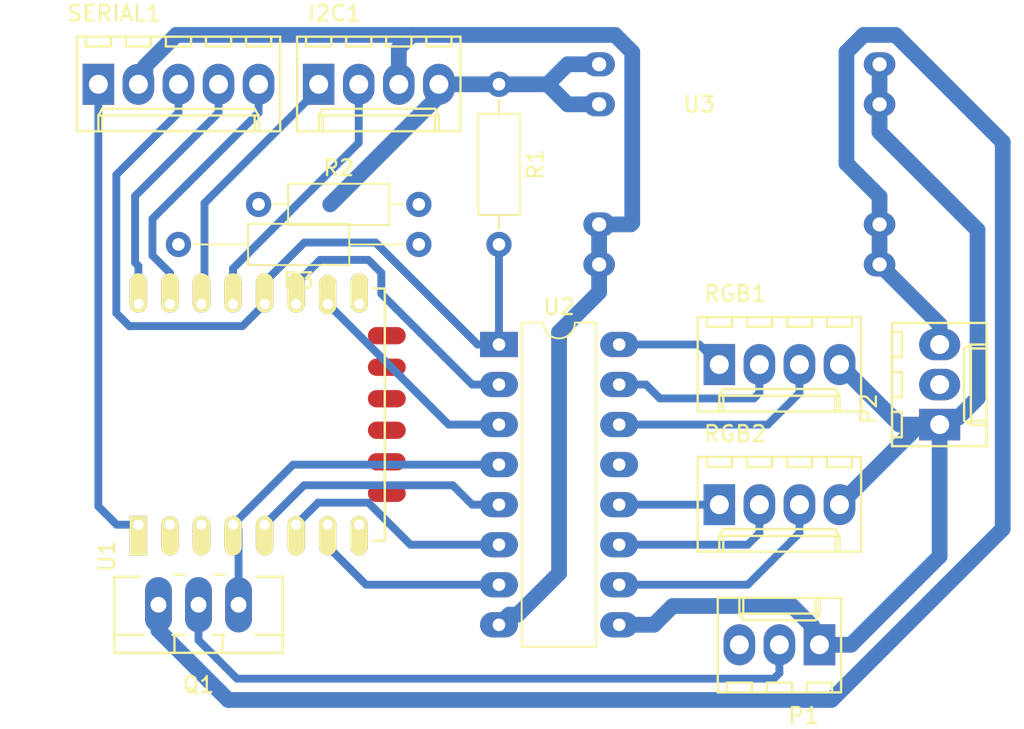
<source format=kicad_pcb>
(kicad_pcb (version 4) (host pcbnew 4.0.5-e0-6337~52~ubuntu16.10.1)

  (general
    (links 46)
    (no_connects 44)
    (area 0 0 0 0)
    (thickness 1.6)
    (drawings 0)
    (tracks 142)
    (zones 0)
    (modules 13)
    (nets 33)
  )

  (page A4)
  (layers
    (0 F.Cu signal)
    (31 B.Cu signal)
    (32 B.Adhes user)
    (33 F.Adhes user)
    (34 B.Paste user)
    (35 F.Paste user)
    (36 B.SilkS user)
    (37 F.SilkS user)
    (38 B.Mask user)
    (39 F.Mask user)
    (40 Dwgs.User user)
    (41 Cmts.User user)
    (42 Eco1.User user)
    (43 Eco2.User user)
    (44 Edge.Cuts user)
    (45 Margin user)
    (46 B.CrtYd user)
    (47 F.CrtYd user)
    (48 B.Fab user)
    (49 F.Fab user)
  )

  (setup
    (last_trace_width 0.5)
    (trace_clearance 0.6)
    (zone_clearance 0.508)
    (zone_45_only no)
    (trace_min 0.2)
    (segment_width 0.2)
    (edge_width 0.1)
    (via_size 1.3)
    (via_drill 0.8)
    (via_min_size 0.4)
    (via_min_drill 0.3)
    (uvia_size 0.3)
    (uvia_drill 0.1)
    (uvias_allowed no)
    (uvia_min_size 0.2)
    (uvia_min_drill 0.1)
    (pcb_text_width 0.3)
    (pcb_text_size 1.5 1.5)
    (mod_edge_width 0.15)
    (mod_text_size 1 1)
    (mod_text_width 0.15)
    (pad_size 1.5 1.5)
    (pad_drill 0.6)
    (pad_to_mask_clearance 0)
    (aux_axis_origin 0 0)
    (visible_elements FFFFFF7F)
    (pcbplotparams
      (layerselection 0x00030_80000001)
      (usegerberextensions false)
      (excludeedgelayer true)
      (linewidth 0.100000)
      (plotframeref false)
      (viasonmask false)
      (mode 1)
      (useauxorigin false)
      (hpglpennumber 1)
      (hpglpenspeed 20)
      (hpglpendiameter 15)
      (hpglpenoverlay 2)
      (psnegative false)
      (psa4output false)
      (plotreference true)
      (plotvalue true)
      (plotinvisibletext false)
      (padsonsilk false)
      (subtractmaskfromsilk false)
      (outputformat 1)
      (mirror false)
      (drillshape 1)
      (scaleselection 1)
      (outputdirectory ""))
  )

  (net 0 "")
  (net 1 /SCL)
  (net 2 /SDA)
  (net 3 GND)
  (net 4 +3V3)
  (net 5 +12V)
  (net 6 "Net-(P1-Pad2)")
  (net 7 "Net-(P1-Pad3)")
  (net 8 "Net-(Q1-Pad1)")
  (net 9 /FLASH)
  (net 10 "Net-(R2-Pad2)")
  (net 11 "Net-(R3-Pad1)")
  (net 12 "Net-(RGB1-Pad1)")
  (net 13 "Net-(RGB1-Pad2)")
  (net 14 "Net-(RGB1-Pad3)")
  (net 15 "Net-(RGB2-Pad1)")
  (net 16 "Net-(RGB2-Pad2)")
  (net 17 "Net-(RGB2-Pad3)")
  (net 18 /RESET)
  (net 19 /TX)
  (net 20 /RX)
  (net 21 "Net-(U1-Pad2)")
  (net 22 "Net-(U1-Pad5)")
  (net 23 "Net-(U1-Pad6)")
  (net 24 "Net-(U1-Pad7)")
  (net 25 "Net-(U1-Pad17)")
  (net 26 "Net-(U1-Pad18)")
  (net 27 "Net-(U1-Pad19)")
  (net 28 "Net-(U1-Pad20)")
  (net 29 "Net-(U1-Pad21)")
  (net 30 "Net-(U1-Pad22)")
  (net 31 "Net-(U2-Pad13)")
  (net 32 "Net-(P2-Pad2)")

  (net_class Default "This is the default net class."
    (clearance 0.6)
    (trace_width 0.5)
    (via_dia 1.3)
    (via_drill 0.8)
    (uvia_dia 0.3)
    (uvia_drill 0.1)
    (add_net /FLASH)
    (add_net /RESET)
    (add_net /RX)
    (add_net /SCL)
    (add_net /SDA)
    (add_net /TX)
    (add_net "Net-(P1-Pad2)")
    (add_net "Net-(P1-Pad3)")
    (add_net "Net-(P2-Pad2)")
    (add_net "Net-(Q1-Pad1)")
    (add_net "Net-(R2-Pad2)")
    (add_net "Net-(R3-Pad1)")
    (add_net "Net-(RGB1-Pad1)")
    (add_net "Net-(RGB1-Pad2)")
    (add_net "Net-(RGB1-Pad3)")
    (add_net "Net-(RGB2-Pad1)")
    (add_net "Net-(RGB2-Pad2)")
    (add_net "Net-(RGB2-Pad3)")
    (add_net "Net-(U1-Pad17)")
    (add_net "Net-(U1-Pad18)")
    (add_net "Net-(U1-Pad19)")
    (add_net "Net-(U1-Pad2)")
    (add_net "Net-(U1-Pad20)")
    (add_net "Net-(U1-Pad21)")
    (add_net "Net-(U1-Pad22)")
    (add_net "Net-(U1-Pad5)")
    (add_net "Net-(U1-Pad6)")
    (add_net "Net-(U1-Pad7)")
    (add_net "Net-(U2-Pad13)")
  )

  (net_class SUPPLY ""
    (clearance 0.6)
    (trace_width 1)
    (via_dia 1.3)
    (via_drill 0.8)
    (uvia_dia 0.3)
    (uvia_drill 0.1)
    (add_net +12V)
    (add_net +3V3)
    (add_net GND)
  )

  (module Connectors_Molex:Molex_KK-6410-04_04x2.54mm_Straight (layer F.Cu) (tedit 56C6219D) (tstamp 5895F609)
    (at 153.67 66.04)
    (descr "Connector Headers with Friction Lock, 22-27-2041, http://www.molex.com/pdm_docs/sd/022272021_sd.pdf")
    (tags "connector molex kk_6410 22-27-2041")
    (path /5895A207)
    (fp_text reference I2C1 (at 1 -4.5) (layer F.SilkS)
      (effects (font (size 1 1) (thickness 0.15)))
    )
    (fp_text value CONN_01X04 (at 3.81 4.5) (layer F.Fab)
      (effects (font (size 1 1) (thickness 0.15)))
    )
    (fp_line (start -1.37 -3.02) (end -1.37 2.98) (layer F.SilkS) (width 0.15))
    (fp_line (start -1.37 2.98) (end 8.99 2.98) (layer F.SilkS) (width 0.15))
    (fp_line (start 8.99 2.98) (end 8.99 -3.02) (layer F.SilkS) (width 0.15))
    (fp_line (start 8.99 -3.02) (end -1.37 -3.02) (layer F.SilkS) (width 0.15))
    (fp_line (start 0 2.98) (end 0 1.98) (layer F.SilkS) (width 0.15))
    (fp_line (start 0 1.98) (end 7.62 1.98) (layer F.SilkS) (width 0.15))
    (fp_line (start 7.62 1.98) (end 7.62 2.98) (layer F.SilkS) (width 0.15))
    (fp_line (start 0 1.98) (end 0.25 1.55) (layer F.SilkS) (width 0.15))
    (fp_line (start 0.25 1.55) (end 7.37 1.55) (layer F.SilkS) (width 0.15))
    (fp_line (start 7.37 1.55) (end 7.62 1.98) (layer F.SilkS) (width 0.15))
    (fp_line (start 0.25 2.98) (end 0.25 1.98) (layer F.SilkS) (width 0.15))
    (fp_line (start 7.37 2.98) (end 7.37 1.98) (layer F.SilkS) (width 0.15))
    (fp_line (start -0.8 -3.02) (end -0.8 -2.4) (layer F.SilkS) (width 0.15))
    (fp_line (start -0.8 -2.4) (end 0.8 -2.4) (layer F.SilkS) (width 0.15))
    (fp_line (start 0.8 -2.4) (end 0.8 -3.02) (layer F.SilkS) (width 0.15))
    (fp_line (start 1.74 -3.02) (end 1.74 -2.4) (layer F.SilkS) (width 0.15))
    (fp_line (start 1.74 -2.4) (end 3.34 -2.4) (layer F.SilkS) (width 0.15))
    (fp_line (start 3.34 -2.4) (end 3.34 -3.02) (layer F.SilkS) (width 0.15))
    (fp_line (start 4.28 -3.02) (end 4.28 -2.4) (layer F.SilkS) (width 0.15))
    (fp_line (start 4.28 -2.4) (end 5.88 -2.4) (layer F.SilkS) (width 0.15))
    (fp_line (start 5.88 -2.4) (end 5.88 -3.02) (layer F.SilkS) (width 0.15))
    (fp_line (start 6.82 -3.02) (end 6.82 -2.4) (layer F.SilkS) (width 0.15))
    (fp_line (start 6.82 -2.4) (end 8.42 -2.4) (layer F.SilkS) (width 0.15))
    (fp_line (start 8.42 -2.4) (end 8.42 -3.02) (layer F.SilkS) (width 0.15))
    (fp_line (start -1.9 3.5) (end -1.9 -3.55) (layer F.CrtYd) (width 0.05))
    (fp_line (start -1.9 -3.55) (end 9.5 -3.55) (layer F.CrtYd) (width 0.05))
    (fp_line (start 9.5 -3.55) (end 9.5 3.5) (layer F.CrtYd) (width 0.05))
    (fp_line (start 9.5 3.5) (end -1.9 3.5) (layer F.CrtYd) (width 0.05))
    (pad 1 thru_hole rect (at 0 0) (size 2 2.6) (drill 1.2) (layers *.Cu *.Mask)
      (net 1 /SCL))
    (pad 2 thru_hole oval (at 2.54 0) (size 2 2.6) (drill 1.2) (layers *.Cu *.Mask)
      (net 2 /SDA))
    (pad 3 thru_hole oval (at 5.08 0) (size 2 2.6) (drill 1.2) (layers *.Cu *.Mask)
      (net 3 GND))
    (pad 4 thru_hole oval (at 7.62 0) (size 2 2.6) (drill 1.2) (layers *.Cu *.Mask)
      (net 4 +3V3))
  )

  (module Connectors_Molex:Molex_KK-6410-03_03x2.54mm_Straight (layer F.Cu) (tedit 56C6219D) (tstamp 5895F629)
    (at 185.42 101.6 180)
    (descr "Connector Headers with Friction Lock, 22-27-2031, http://www.molex.com/pdm_docs/sd/022272021_sd.pdf")
    (tags "connector molex kk_6410 22-27-2031")
    (path /5895F43D)
    (fp_text reference P1 (at 1 -4.5 180) (layer F.SilkS)
      (effects (font (size 1 1) (thickness 0.15)))
    )
    (fp_text value CONN_01X03 (at 2.54 4.5 180) (layer F.Fab)
      (effects (font (size 1 1) (thickness 0.15)))
    )
    (fp_line (start -1.37 -3.02) (end -1.37 2.98) (layer F.SilkS) (width 0.15))
    (fp_line (start -1.37 2.98) (end 6.45 2.98) (layer F.SilkS) (width 0.15))
    (fp_line (start 6.45 2.98) (end 6.45 -3.02) (layer F.SilkS) (width 0.15))
    (fp_line (start 6.45 -3.02) (end -1.37 -3.02) (layer F.SilkS) (width 0.15))
    (fp_line (start 0 2.98) (end 0 1.98) (layer F.SilkS) (width 0.15))
    (fp_line (start 0 1.98) (end 5.08 1.98) (layer F.SilkS) (width 0.15))
    (fp_line (start 5.08 1.98) (end 5.08 2.98) (layer F.SilkS) (width 0.15))
    (fp_line (start 0 1.98) (end 0.25 1.55) (layer F.SilkS) (width 0.15))
    (fp_line (start 0.25 1.55) (end 4.83 1.55) (layer F.SilkS) (width 0.15))
    (fp_line (start 4.83 1.55) (end 5.08 1.98) (layer F.SilkS) (width 0.15))
    (fp_line (start 0.25 2.98) (end 0.25 1.98) (layer F.SilkS) (width 0.15))
    (fp_line (start 4.83 2.98) (end 4.83 1.98) (layer F.SilkS) (width 0.15))
    (fp_line (start -0.8 -3.02) (end -0.8 -2.4) (layer F.SilkS) (width 0.15))
    (fp_line (start -0.8 -2.4) (end 0.8 -2.4) (layer F.SilkS) (width 0.15))
    (fp_line (start 0.8 -2.4) (end 0.8 -3.02) (layer F.SilkS) (width 0.15))
    (fp_line (start 1.74 -3.02) (end 1.74 -2.4) (layer F.SilkS) (width 0.15))
    (fp_line (start 1.74 -2.4) (end 3.34 -2.4) (layer F.SilkS) (width 0.15))
    (fp_line (start 3.34 -2.4) (end 3.34 -3.02) (layer F.SilkS) (width 0.15))
    (fp_line (start 4.28 -3.02) (end 4.28 -2.4) (layer F.SilkS) (width 0.15))
    (fp_line (start 4.28 -2.4) (end 5.88 -2.4) (layer F.SilkS) (width 0.15))
    (fp_line (start 5.88 -2.4) (end 5.88 -3.02) (layer F.SilkS) (width 0.15))
    (fp_line (start -1.9 3.5) (end -1.9 -3.55) (layer F.CrtYd) (width 0.05))
    (fp_line (start -1.9 -3.55) (end 7 -3.55) (layer F.CrtYd) (width 0.05))
    (fp_line (start 7 -3.55) (end 7 3.5) (layer F.CrtYd) (width 0.05))
    (fp_line (start 7 3.5) (end -1.9 3.5) (layer F.CrtYd) (width 0.05))
    (pad 1 thru_hole rect (at 0 0 180) (size 2 2.6) (drill 1.2) (layers *.Cu *.Mask)
      (net 5 +12V))
    (pad 2 thru_hole oval (at 2.54 0 180) (size 2 2.6) (drill 1.2) (layers *.Cu *.Mask)
      (net 6 "Net-(P1-Pad2)"))
    (pad 3 thru_hole oval (at 5.08 0 180) (size 2 2.6) (drill 1.2) (layers *.Cu *.Mask)
      (net 7 "Net-(P1-Pad3)"))
  )

  (module TO_SOT_Packages_THT:TO-220_Neutral123_Vertical_LargePads (layer F.Cu) (tedit 0) (tstamp 5895F641)
    (at 146.05 99.06 180)
    (descr "TO-220, Neutral, Vertical, Large Pads,")
    (tags "TO-220, Neutral, Vertical, Large Pads,")
    (path /5895F222)
    (fp_text reference Q1 (at 0 -5.08 180) (layer F.SilkS)
      (effects (font (size 1 1) (thickness 0.15)))
    )
    (fp_text value Q_NMOS_GDS (at 0 3.81 180) (layer F.Fab)
      (effects (font (size 1 1) (thickness 0.15)))
    )
    (fp_line (start 5.334 -1.905) (end 3.429 -1.905) (layer F.SilkS) (width 0.15))
    (fp_line (start 0.889 -1.905) (end 1.651 -1.905) (layer F.SilkS) (width 0.15))
    (fp_line (start -1.524 -1.905) (end -1.651 -1.905) (layer F.SilkS) (width 0.15))
    (fp_line (start -1.524 -1.905) (end -0.889 -1.905) (layer F.SilkS) (width 0.15))
    (fp_line (start -5.334 -1.905) (end -3.556 -1.905) (layer F.SilkS) (width 0.15))
    (fp_line (start -5.334 1.778) (end -3.683 1.778) (layer F.SilkS) (width 0.15))
    (fp_line (start -1.016 1.905) (end -1.651 1.905) (layer F.SilkS) (width 0.15))
    (fp_line (start 1.524 1.905) (end 0.889 1.905) (layer F.SilkS) (width 0.15))
    (fp_line (start 5.334 1.778) (end 3.683 1.778) (layer F.SilkS) (width 0.15))
    (fp_line (start -1.524 -3.048) (end -1.524 -1.905) (layer F.SilkS) (width 0.15))
    (fp_line (start 1.524 -3.048) (end 1.524 -1.905) (layer F.SilkS) (width 0.15))
    (fp_line (start 5.334 -1.905) (end 5.334 1.778) (layer F.SilkS) (width 0.15))
    (fp_line (start -5.334 1.778) (end -5.334 -1.905) (layer F.SilkS) (width 0.15))
    (fp_line (start 5.334 -3.048) (end 5.334 -1.905) (layer F.SilkS) (width 0.15))
    (fp_line (start -5.334 -1.905) (end -5.334 -3.048) (layer F.SilkS) (width 0.15))
    (fp_line (start 0 -3.048) (end -5.334 -3.048) (layer F.SilkS) (width 0.15))
    (fp_line (start 0 -3.048) (end 5.334 -3.048) (layer F.SilkS) (width 0.15))
    (pad 2 thru_hole oval (at 0 0 270) (size 3.50012 1.69926) (drill 1.00076) (layers *.Cu *.Mask)
      (net 6 "Net-(P1-Pad2)"))
    (pad 1 thru_hole oval (at -2.54 0 270) (size 3.50012 1.69926) (drill 1.00076) (layers *.Cu *.Mask)
      (net 8 "Net-(Q1-Pad1)"))
    (pad 3 thru_hole oval (at 2.54 0 270) (size 3.50012 1.69926) (drill 1.00076) (layers *.Cu *.Mask)
      (net 3 GND))
    (model TO_SOT_Packages_THT.3dshapes/TO-220_Neutral123_Vertical_LargePads.wrl
      (at (xyz 0 0 0))
      (scale (xyz 0.3937 0.3937 0.3937))
      (rotate (xyz 0 0 0))
    )
  )

  (module Resistors_THT:R_Axial_DIN0207_L6.3mm_D2.5mm_P10.16mm_Horizontal (layer F.Cu) (tedit 5874F706) (tstamp 5895F657)
    (at 165.1 66.04 270)
    (descr "Resistor, Axial_DIN0207 series, Axial, Horizontal, pin pitch=10.16mm, 0.25W = 1/4W, length*diameter=6.3*2.5mm^2, http://cdn-reichelt.de/documents/datenblatt/B400/1_4W%23YAG.pdf")
    (tags "Resistor Axial_DIN0207 series Axial Horizontal pin pitch 10.16mm 0.25W = 1/4W length 6.3mm diameter 2.5mm")
    (path /5895D479)
    (fp_text reference R1 (at 5.08 -2.31 270) (layer F.SilkS)
      (effects (font (size 1 1) (thickness 0.15)))
    )
    (fp_text value 1k8 (at 5.08 2.31 270) (layer F.Fab)
      (effects (font (size 1 1) (thickness 0.15)))
    )
    (fp_line (start 1.93 -1.25) (end 1.93 1.25) (layer F.Fab) (width 0.1))
    (fp_line (start 1.93 1.25) (end 8.23 1.25) (layer F.Fab) (width 0.1))
    (fp_line (start 8.23 1.25) (end 8.23 -1.25) (layer F.Fab) (width 0.1))
    (fp_line (start 8.23 -1.25) (end 1.93 -1.25) (layer F.Fab) (width 0.1))
    (fp_line (start 0 0) (end 1.93 0) (layer F.Fab) (width 0.1))
    (fp_line (start 10.16 0) (end 8.23 0) (layer F.Fab) (width 0.1))
    (fp_line (start 1.87 -1.31) (end 1.87 1.31) (layer F.SilkS) (width 0.12))
    (fp_line (start 1.87 1.31) (end 8.29 1.31) (layer F.SilkS) (width 0.12))
    (fp_line (start 8.29 1.31) (end 8.29 -1.31) (layer F.SilkS) (width 0.12))
    (fp_line (start 8.29 -1.31) (end 1.87 -1.31) (layer F.SilkS) (width 0.12))
    (fp_line (start 0.98 0) (end 1.87 0) (layer F.SilkS) (width 0.12))
    (fp_line (start 9.18 0) (end 8.29 0) (layer F.SilkS) (width 0.12))
    (fp_line (start -1.05 -1.6) (end -1.05 1.6) (layer F.CrtYd) (width 0.05))
    (fp_line (start -1.05 1.6) (end 11.25 1.6) (layer F.CrtYd) (width 0.05))
    (fp_line (start 11.25 1.6) (end 11.25 -1.6) (layer F.CrtYd) (width 0.05))
    (fp_line (start 11.25 -1.6) (end -1.05 -1.6) (layer F.CrtYd) (width 0.05))
    (pad 1 thru_hole circle (at 0 0 270) (size 1.6 1.6) (drill 0.8) (layers *.Cu *.Mask)
      (net 4 +3V3))
    (pad 2 thru_hole oval (at 10.16 0 270) (size 1.6 1.6) (drill 0.8) (layers *.Cu *.Mask)
      (net 9 /FLASH))
    (model Resistors_ThroughHole.3dshapes/R_Axial_DIN0207_L6.3mm_D2.5mm_P10.16mm_Horizontal.wrl
      (at (xyz 0 0 0))
      (scale (xyz 0.393701 0.393701 0.393701))
      (rotate (xyz 0 0 0))
    )
  )

  (module Resistors_THT:R_Axial_DIN0207_L6.3mm_D2.5mm_P10.16mm_Horizontal (layer F.Cu) (tedit 5874F706) (tstamp 5895F66D)
    (at 149.86 73.66)
    (descr "Resistor, Axial_DIN0207 series, Axial, Horizontal, pin pitch=10.16mm, 0.25W = 1/4W, length*diameter=6.3*2.5mm^2, http://cdn-reichelt.de/documents/datenblatt/B400/1_4W%23YAG.pdf")
    (tags "Resistor Axial_DIN0207 series Axial Horizontal pin pitch 10.16mm 0.25W = 1/4W length 6.3mm diameter 2.5mm")
    (path /5895D765)
    (fp_text reference R2 (at 5.08 -2.31) (layer F.SilkS)
      (effects (font (size 1 1) (thickness 0.15)))
    )
    (fp_text value 1K8 (at 5.08 2.31) (layer F.Fab)
      (effects (font (size 1 1) (thickness 0.15)))
    )
    (fp_line (start 1.93 -1.25) (end 1.93 1.25) (layer F.Fab) (width 0.1))
    (fp_line (start 1.93 1.25) (end 8.23 1.25) (layer F.Fab) (width 0.1))
    (fp_line (start 8.23 1.25) (end 8.23 -1.25) (layer F.Fab) (width 0.1))
    (fp_line (start 8.23 -1.25) (end 1.93 -1.25) (layer F.Fab) (width 0.1))
    (fp_line (start 0 0) (end 1.93 0) (layer F.Fab) (width 0.1))
    (fp_line (start 10.16 0) (end 8.23 0) (layer F.Fab) (width 0.1))
    (fp_line (start 1.87 -1.31) (end 1.87 1.31) (layer F.SilkS) (width 0.12))
    (fp_line (start 1.87 1.31) (end 8.29 1.31) (layer F.SilkS) (width 0.12))
    (fp_line (start 8.29 1.31) (end 8.29 -1.31) (layer F.SilkS) (width 0.12))
    (fp_line (start 8.29 -1.31) (end 1.87 -1.31) (layer F.SilkS) (width 0.12))
    (fp_line (start 0.98 0) (end 1.87 0) (layer F.SilkS) (width 0.12))
    (fp_line (start 9.18 0) (end 8.29 0) (layer F.SilkS) (width 0.12))
    (fp_line (start -1.05 -1.6) (end -1.05 1.6) (layer F.CrtYd) (width 0.05))
    (fp_line (start -1.05 1.6) (end 11.25 1.6) (layer F.CrtYd) (width 0.05))
    (fp_line (start 11.25 1.6) (end 11.25 -1.6) (layer F.CrtYd) (width 0.05))
    (fp_line (start 11.25 -1.6) (end -1.05 -1.6) (layer F.CrtYd) (width 0.05))
    (pad 1 thru_hole circle (at 0 0) (size 1.6 1.6) (drill 0.8) (layers *.Cu *.Mask)
      (net 4 +3V3))
    (pad 2 thru_hole oval (at 10.16 0) (size 1.6 1.6) (drill 0.8) (layers *.Cu *.Mask)
      (net 10 "Net-(R2-Pad2)"))
    (model Resistors_ThroughHole.3dshapes/R_Axial_DIN0207_L6.3mm_D2.5mm_P10.16mm_Horizontal.wrl
      (at (xyz 0 0 0))
      (scale (xyz 0.393701 0.393701 0.393701))
      (rotate (xyz 0 0 0))
    )
  )

  (module Resistors_THT:R_Axial_DIN0207_L6.3mm_D2.5mm_P15.24mm_Horizontal (layer F.Cu) (tedit 5874F706) (tstamp 5895F683)
    (at 160.02 76.2 180)
    (descr "Resistor, Axial_DIN0207 series, Axial, Horizontal, pin pitch=15.24mm, 0.25W = 1/4W, length*diameter=6.3*2.5mm^2, http://cdn-reichelt.de/documents/datenblatt/B400/1_4W%23YAG.pdf")
    (tags "Resistor Axial_DIN0207 series Axial Horizontal pin pitch 15.24mm 0.25W = 1/4W length 6.3mm diameter 2.5mm")
    (path /5895D7A1)
    (fp_text reference R3 (at 7.62 -2.31 180) (layer F.SilkS)
      (effects (font (size 1 1) (thickness 0.15)))
    )
    (fp_text value 1K8 (at 7.62 2.31 180) (layer F.Fab)
      (effects (font (size 1 1) (thickness 0.15)))
    )
    (fp_line (start 4.47 -1.25) (end 4.47 1.25) (layer F.Fab) (width 0.1))
    (fp_line (start 4.47 1.25) (end 10.77 1.25) (layer F.Fab) (width 0.1))
    (fp_line (start 10.77 1.25) (end 10.77 -1.25) (layer F.Fab) (width 0.1))
    (fp_line (start 10.77 -1.25) (end 4.47 -1.25) (layer F.Fab) (width 0.1))
    (fp_line (start 0 0) (end 4.47 0) (layer F.Fab) (width 0.1))
    (fp_line (start 15.24 0) (end 10.77 0) (layer F.Fab) (width 0.1))
    (fp_line (start 4.41 -1.31) (end 4.41 1.31) (layer F.SilkS) (width 0.12))
    (fp_line (start 4.41 1.31) (end 10.83 1.31) (layer F.SilkS) (width 0.12))
    (fp_line (start 10.83 1.31) (end 10.83 -1.31) (layer F.SilkS) (width 0.12))
    (fp_line (start 10.83 -1.31) (end 4.41 -1.31) (layer F.SilkS) (width 0.12))
    (fp_line (start 0.98 0) (end 4.41 0) (layer F.SilkS) (width 0.12))
    (fp_line (start 14.26 0) (end 10.83 0) (layer F.SilkS) (width 0.12))
    (fp_line (start -1.05 -1.6) (end -1.05 1.6) (layer F.CrtYd) (width 0.05))
    (fp_line (start -1.05 1.6) (end 16.3 1.6) (layer F.CrtYd) (width 0.05))
    (fp_line (start 16.3 1.6) (end 16.3 -1.6) (layer F.CrtYd) (width 0.05))
    (fp_line (start 16.3 -1.6) (end -1.05 -1.6) (layer F.CrtYd) (width 0.05))
    (pad 1 thru_hole circle (at 0 0 180) (size 1.6 1.6) (drill 0.8) (layers *.Cu *.Mask)
      (net 11 "Net-(R3-Pad1)"))
    (pad 2 thru_hole oval (at 15.24 0 180) (size 1.6 1.6) (drill 0.8) (layers *.Cu *.Mask)
      (net 3 GND))
    (model Resistors_ThroughHole.3dshapes/R_Axial_DIN0207_L6.3mm_D2.5mm_P15.24mm_Horizontal.wrl
      (at (xyz 0 0 0))
      (scale (xyz 0.393701 0.393701 0.393701))
      (rotate (xyz 0 0 0))
    )
  )

  (module Connectors_Molex:Molex_KK-6410-04_04x2.54mm_Straight (layer F.Cu) (tedit 56C6219D) (tstamp 5895F6A7)
    (at 179.07 83.82)
    (descr "Connector Headers with Friction Lock, 22-27-2041, http://www.molex.com/pdm_docs/sd/022272021_sd.pdf")
    (tags "connector molex kk_6410 22-27-2041")
    (path /5895A163)
    (fp_text reference RGB1 (at 1 -4.5) (layer F.SilkS)
      (effects (font (size 1 1) (thickness 0.15)))
    )
    (fp_text value CONN_01X04 (at 3.81 4.5) (layer F.Fab)
      (effects (font (size 1 1) (thickness 0.15)))
    )
    (fp_line (start -1.37 -3.02) (end -1.37 2.98) (layer F.SilkS) (width 0.15))
    (fp_line (start -1.37 2.98) (end 8.99 2.98) (layer F.SilkS) (width 0.15))
    (fp_line (start 8.99 2.98) (end 8.99 -3.02) (layer F.SilkS) (width 0.15))
    (fp_line (start 8.99 -3.02) (end -1.37 -3.02) (layer F.SilkS) (width 0.15))
    (fp_line (start 0 2.98) (end 0 1.98) (layer F.SilkS) (width 0.15))
    (fp_line (start 0 1.98) (end 7.62 1.98) (layer F.SilkS) (width 0.15))
    (fp_line (start 7.62 1.98) (end 7.62 2.98) (layer F.SilkS) (width 0.15))
    (fp_line (start 0 1.98) (end 0.25 1.55) (layer F.SilkS) (width 0.15))
    (fp_line (start 0.25 1.55) (end 7.37 1.55) (layer F.SilkS) (width 0.15))
    (fp_line (start 7.37 1.55) (end 7.62 1.98) (layer F.SilkS) (width 0.15))
    (fp_line (start 0.25 2.98) (end 0.25 1.98) (layer F.SilkS) (width 0.15))
    (fp_line (start 7.37 2.98) (end 7.37 1.98) (layer F.SilkS) (width 0.15))
    (fp_line (start -0.8 -3.02) (end -0.8 -2.4) (layer F.SilkS) (width 0.15))
    (fp_line (start -0.8 -2.4) (end 0.8 -2.4) (layer F.SilkS) (width 0.15))
    (fp_line (start 0.8 -2.4) (end 0.8 -3.02) (layer F.SilkS) (width 0.15))
    (fp_line (start 1.74 -3.02) (end 1.74 -2.4) (layer F.SilkS) (width 0.15))
    (fp_line (start 1.74 -2.4) (end 3.34 -2.4) (layer F.SilkS) (width 0.15))
    (fp_line (start 3.34 -2.4) (end 3.34 -3.02) (layer F.SilkS) (width 0.15))
    (fp_line (start 4.28 -3.02) (end 4.28 -2.4) (layer F.SilkS) (width 0.15))
    (fp_line (start 4.28 -2.4) (end 5.88 -2.4) (layer F.SilkS) (width 0.15))
    (fp_line (start 5.88 -2.4) (end 5.88 -3.02) (layer F.SilkS) (width 0.15))
    (fp_line (start 6.82 -3.02) (end 6.82 -2.4) (layer F.SilkS) (width 0.15))
    (fp_line (start 6.82 -2.4) (end 8.42 -2.4) (layer F.SilkS) (width 0.15))
    (fp_line (start 8.42 -2.4) (end 8.42 -3.02) (layer F.SilkS) (width 0.15))
    (fp_line (start -1.9 3.5) (end -1.9 -3.55) (layer F.CrtYd) (width 0.05))
    (fp_line (start -1.9 -3.55) (end 9.5 -3.55) (layer F.CrtYd) (width 0.05))
    (fp_line (start 9.5 -3.55) (end 9.5 3.5) (layer F.CrtYd) (width 0.05))
    (fp_line (start 9.5 3.5) (end -1.9 3.5) (layer F.CrtYd) (width 0.05))
    (pad 1 thru_hole rect (at 0 0) (size 2 2.6) (drill 1.2) (layers *.Cu *.Mask)
      (net 12 "Net-(RGB1-Pad1)"))
    (pad 2 thru_hole oval (at 2.54 0) (size 2 2.6) (drill 1.2) (layers *.Cu *.Mask)
      (net 13 "Net-(RGB1-Pad2)"))
    (pad 3 thru_hole oval (at 5.08 0) (size 2 2.6) (drill 1.2) (layers *.Cu *.Mask)
      (net 14 "Net-(RGB1-Pad3)"))
    (pad 4 thru_hole oval (at 7.62 0) (size 2 2.6) (drill 1.2) (layers *.Cu *.Mask)
      (net 5 +12V))
  )

  (module Connectors_Molex:Molex_KK-6410-04_04x2.54mm_Straight (layer F.Cu) (tedit 56C6219D) (tstamp 5895F6CB)
    (at 179.07 92.71)
    (descr "Connector Headers with Friction Lock, 22-27-2041, http://www.molex.com/pdm_docs/sd/022272021_sd.pdf")
    (tags "connector molex kk_6410 22-27-2041")
    (path /5895A1CE)
    (fp_text reference RGB2 (at 1 -4.5) (layer F.SilkS)
      (effects (font (size 1 1) (thickness 0.15)))
    )
    (fp_text value CONN_01X04 (at 3.81 4.5) (layer F.Fab)
      (effects (font (size 1 1) (thickness 0.15)))
    )
    (fp_line (start -1.37 -3.02) (end -1.37 2.98) (layer F.SilkS) (width 0.15))
    (fp_line (start -1.37 2.98) (end 8.99 2.98) (layer F.SilkS) (width 0.15))
    (fp_line (start 8.99 2.98) (end 8.99 -3.02) (layer F.SilkS) (width 0.15))
    (fp_line (start 8.99 -3.02) (end -1.37 -3.02) (layer F.SilkS) (width 0.15))
    (fp_line (start 0 2.98) (end 0 1.98) (layer F.SilkS) (width 0.15))
    (fp_line (start 0 1.98) (end 7.62 1.98) (layer F.SilkS) (width 0.15))
    (fp_line (start 7.62 1.98) (end 7.62 2.98) (layer F.SilkS) (width 0.15))
    (fp_line (start 0 1.98) (end 0.25 1.55) (layer F.SilkS) (width 0.15))
    (fp_line (start 0.25 1.55) (end 7.37 1.55) (layer F.SilkS) (width 0.15))
    (fp_line (start 7.37 1.55) (end 7.62 1.98) (layer F.SilkS) (width 0.15))
    (fp_line (start 0.25 2.98) (end 0.25 1.98) (layer F.SilkS) (width 0.15))
    (fp_line (start 7.37 2.98) (end 7.37 1.98) (layer F.SilkS) (width 0.15))
    (fp_line (start -0.8 -3.02) (end -0.8 -2.4) (layer F.SilkS) (width 0.15))
    (fp_line (start -0.8 -2.4) (end 0.8 -2.4) (layer F.SilkS) (width 0.15))
    (fp_line (start 0.8 -2.4) (end 0.8 -3.02) (layer F.SilkS) (width 0.15))
    (fp_line (start 1.74 -3.02) (end 1.74 -2.4) (layer F.SilkS) (width 0.15))
    (fp_line (start 1.74 -2.4) (end 3.34 -2.4) (layer F.SilkS) (width 0.15))
    (fp_line (start 3.34 -2.4) (end 3.34 -3.02) (layer F.SilkS) (width 0.15))
    (fp_line (start 4.28 -3.02) (end 4.28 -2.4) (layer F.SilkS) (width 0.15))
    (fp_line (start 4.28 -2.4) (end 5.88 -2.4) (layer F.SilkS) (width 0.15))
    (fp_line (start 5.88 -2.4) (end 5.88 -3.02) (layer F.SilkS) (width 0.15))
    (fp_line (start 6.82 -3.02) (end 6.82 -2.4) (layer F.SilkS) (width 0.15))
    (fp_line (start 6.82 -2.4) (end 8.42 -2.4) (layer F.SilkS) (width 0.15))
    (fp_line (start 8.42 -2.4) (end 8.42 -3.02) (layer F.SilkS) (width 0.15))
    (fp_line (start -1.9 3.5) (end -1.9 -3.55) (layer F.CrtYd) (width 0.05))
    (fp_line (start -1.9 -3.55) (end 9.5 -3.55) (layer F.CrtYd) (width 0.05))
    (fp_line (start 9.5 -3.55) (end 9.5 3.5) (layer F.CrtYd) (width 0.05))
    (fp_line (start 9.5 3.5) (end -1.9 3.5) (layer F.CrtYd) (width 0.05))
    (pad 1 thru_hole rect (at 0 0) (size 2 2.6) (drill 1.2) (layers *.Cu *.Mask)
      (net 15 "Net-(RGB2-Pad1)"))
    (pad 2 thru_hole oval (at 2.54 0) (size 2 2.6) (drill 1.2) (layers *.Cu *.Mask)
      (net 16 "Net-(RGB2-Pad2)"))
    (pad 3 thru_hole oval (at 5.08 0) (size 2 2.6) (drill 1.2) (layers *.Cu *.Mask)
      (net 17 "Net-(RGB2-Pad3)"))
    (pad 4 thru_hole oval (at 7.62 0) (size 2 2.6) (drill 1.2) (layers *.Cu *.Mask)
      (net 5 +12V))
  )

  (module Connectors_Molex:Molex_KK-6410-05_05x2.54mm_Straight (layer F.Cu) (tedit 56C6219D) (tstamp 5895F6F3)
    (at 139.7 66.04)
    (descr "Connector Headers with Friction Lock, 22-27-2051, http://www.molex.com/pdm_docs/sd/022272021_sd.pdf")
    (tags "connector molex kk_6410 22-27-2051")
    (path /5895A309)
    (fp_text reference SERIAL1 (at 1 -4.5) (layer F.SilkS)
      (effects (font (size 1 1) (thickness 0.15)))
    )
    (fp_text value CONN_01X05 (at 5.08 4.5) (layer F.Fab)
      (effects (font (size 1 1) (thickness 0.15)))
    )
    (fp_line (start -1.37 -3.02) (end -1.37 2.98) (layer F.SilkS) (width 0.15))
    (fp_line (start -1.37 2.98) (end 11.53 2.98) (layer F.SilkS) (width 0.15))
    (fp_line (start 11.53 2.98) (end 11.53 -3.02) (layer F.SilkS) (width 0.15))
    (fp_line (start 11.53 -3.02) (end -1.37 -3.02) (layer F.SilkS) (width 0.15))
    (fp_line (start 0 2.98) (end 0 1.98) (layer F.SilkS) (width 0.15))
    (fp_line (start 0 1.98) (end 10.16 1.98) (layer F.SilkS) (width 0.15))
    (fp_line (start 10.16 1.98) (end 10.16 2.98) (layer F.SilkS) (width 0.15))
    (fp_line (start 0 1.98) (end 0.25 1.55) (layer F.SilkS) (width 0.15))
    (fp_line (start 0.25 1.55) (end 9.91 1.55) (layer F.SilkS) (width 0.15))
    (fp_line (start 9.91 1.55) (end 10.16 1.98) (layer F.SilkS) (width 0.15))
    (fp_line (start 0.25 2.98) (end 0.25 1.98) (layer F.SilkS) (width 0.15))
    (fp_line (start 9.91 2.98) (end 9.91 1.98) (layer F.SilkS) (width 0.15))
    (fp_line (start -0.8 -3.02) (end -0.8 -2.4) (layer F.SilkS) (width 0.15))
    (fp_line (start -0.8 -2.4) (end 0.8 -2.4) (layer F.SilkS) (width 0.15))
    (fp_line (start 0.8 -2.4) (end 0.8 -3.02) (layer F.SilkS) (width 0.15))
    (fp_line (start 1.74 -3.02) (end 1.74 -2.4) (layer F.SilkS) (width 0.15))
    (fp_line (start 1.74 -2.4) (end 3.34 -2.4) (layer F.SilkS) (width 0.15))
    (fp_line (start 3.34 -2.4) (end 3.34 -3.02) (layer F.SilkS) (width 0.15))
    (fp_line (start 4.28 -3.02) (end 4.28 -2.4) (layer F.SilkS) (width 0.15))
    (fp_line (start 4.28 -2.4) (end 5.88 -2.4) (layer F.SilkS) (width 0.15))
    (fp_line (start 5.88 -2.4) (end 5.88 -3.02) (layer F.SilkS) (width 0.15))
    (fp_line (start 6.82 -3.02) (end 6.82 -2.4) (layer F.SilkS) (width 0.15))
    (fp_line (start 6.82 -2.4) (end 8.42 -2.4) (layer F.SilkS) (width 0.15))
    (fp_line (start 8.42 -2.4) (end 8.42 -3.02) (layer F.SilkS) (width 0.15))
    (fp_line (start 9.36 -3.02) (end 9.36 -2.4) (layer F.SilkS) (width 0.15))
    (fp_line (start 9.36 -2.4) (end 10.96 -2.4) (layer F.SilkS) (width 0.15))
    (fp_line (start 10.96 -2.4) (end 10.96 -3.02) (layer F.SilkS) (width 0.15))
    (fp_line (start -1.9 3.5) (end -1.9 -3.55) (layer F.CrtYd) (width 0.05))
    (fp_line (start -1.9 -3.55) (end 12.05 -3.55) (layer F.CrtYd) (width 0.05))
    (fp_line (start 12.05 -3.55) (end 12.05 3.5) (layer F.CrtYd) (width 0.05))
    (fp_line (start 12.05 3.5) (end -1.9 3.5) (layer F.CrtYd) (width 0.05))
    (pad 1 thru_hole rect (at 0 0) (size 2 2.6) (drill 1.2) (layers *.Cu *.Mask)
      (net 18 /RESET))
    (pad 2 thru_hole oval (at 2.54 0) (size 2 2.6) (drill 1.2) (layers *.Cu *.Mask)
      (net 3 GND))
    (pad 3 thru_hole oval (at 5.08 0) (size 2 2.6) (drill 1.2) (layers *.Cu *.Mask)
      (net 9 /FLASH))
    (pad 4 thru_hole oval (at 7.62 0) (size 2 2.6) (drill 1.2) (layers *.Cu *.Mask)
      (net 19 /TX))
    (pad 5 thru_hole oval (at 10.16 0) (size 2 2.6) (drill 1.2) (layers *.Cu *.Mask)
      (net 20 /RX))
  )

  (module ESP8266:ESP-12E (layer F.Cu) (tedit 559F8D21) (tstamp 5895F721)
    (at 142.24 93.98 90)
    (descr "Module, ESP-8266, ESP-12, 16 pad, SMD")
    (tags "Module ESP-8266 ESP8266")
    (path /58959AE4)
    (fp_text reference U1 (at -2 -2 90) (layer F.SilkS)
      (effects (font (size 1 1) (thickness 0.15)))
    )
    (fp_text value ESP-12E (at 8 1 90) (layer F.Fab)
      (effects (font (size 1 1) (thickness 0.15)))
    )
    (fp_line (start -2.25 -0.5) (end -2.25 -8.75) (layer F.CrtYd) (width 0.05))
    (fp_line (start -2.25 -8.75) (end 15.25 -8.75) (layer F.CrtYd) (width 0.05))
    (fp_line (start 15.25 -8.75) (end 16.25 -8.75) (layer F.CrtYd) (width 0.05))
    (fp_line (start 16.25 -8.75) (end 16.25 16) (layer F.CrtYd) (width 0.05))
    (fp_line (start 16.25 16) (end -2.25 16) (layer F.CrtYd) (width 0.05))
    (fp_line (start -2.25 16) (end -2.25 -0.5) (layer F.CrtYd) (width 0.05))
    (fp_line (start -1.016 -8.382) (end 14.986 -8.382) (layer F.CrtYd) (width 0.1524))
    (fp_line (start 14.986 -8.382) (end 14.986 -0.889) (layer F.CrtYd) (width 0.1524))
    (fp_line (start -1.016 -8.382) (end -1.016 -1.016) (layer F.CrtYd) (width 0.1524))
    (fp_line (start -1.016 14.859) (end -1.016 15.621) (layer F.SilkS) (width 0.1524))
    (fp_line (start -1.016 15.621) (end 14.986 15.621) (layer F.SilkS) (width 0.1524))
    (fp_line (start 14.986 15.621) (end 14.986 14.859) (layer F.SilkS) (width 0.1524))
    (fp_line (start 14.992 -8.4) (end -1.008 -2.6) (layer F.CrtYd) (width 0.1524))
    (fp_line (start -1.008 -8.4) (end 14.992 -2.6) (layer F.CrtYd) (width 0.1524))
    (fp_text user "No Copper" (at 6.892 -5.4 90) (layer F.CrtYd)
      (effects (font (size 1 1) (thickness 0.15)))
    )
    (fp_line (start -1.008 -2.6) (end 14.992 -2.6) (layer F.CrtYd) (width 0.1524))
    (fp_line (start 15 -8.4) (end 15 15.6) (layer F.Fab) (width 0.05))
    (fp_line (start 14.992 15.6) (end -1.008 15.6) (layer F.Fab) (width 0.05))
    (fp_line (start -1.008 15.6) (end -1.008 -8.4) (layer F.Fab) (width 0.05))
    (fp_line (start -1.008 -8.4) (end 14.992 -8.4) (layer F.Fab) (width 0.05))
    (pad 1 thru_hole rect (at 0 0 90) (size 2.5 1.1) (drill 0.65 (offset -0.7 0)) (layers *.Cu *.Mask F.SilkS)
      (net 18 /RESET))
    (pad 2 thru_hole oval (at 0 2 90) (size 2.5 1.1) (drill 0.65 (offset -0.7 0)) (layers *.Cu *.Mask F.SilkS)
      (net 21 "Net-(U1-Pad2)"))
    (pad 3 thru_hole oval (at 0 4 90) (size 2.5 1.1) (drill 0.65 (offset -0.7 0)) (layers *.Cu *.Mask F.SilkS)
      (net 4 +3V3))
    (pad 4 thru_hole oval (at 0 6 90) (size 2.5 1.1) (drill 0.65 (offset -0.7 0)) (layers *.Cu *.Mask F.SilkS)
      (net 8 "Net-(Q1-Pad1)"))
    (pad 5 thru_hole oval (at 0 8 90) (size 2.5 1.1) (drill 0.65 (offset -0.7 0)) (layers *.Cu *.Mask F.SilkS)
      (net 22 "Net-(U1-Pad5)"))
    (pad 6 thru_hole oval (at 0 10 90) (size 2.5 1.1) (drill 0.65 (offset -0.7 0)) (layers *.Cu *.Mask F.SilkS)
      (net 23 "Net-(U1-Pad6)"))
    (pad 7 thru_hole oval (at 0 12 90) (size 2.5 1.1) (drill 0.65 (offset -0.7 0)) (layers *.Cu *.Mask F.SilkS)
      (net 24 "Net-(U1-Pad7)"))
    (pad 8 thru_hole oval (at 0 14 90) (size 2.5 1.1) (drill 0.65 (offset -0.7 0)) (layers *.Cu *.Mask F.SilkS)
      (net 4 +3V3))
    (pad 9 thru_hole oval (at 14 14 90) (size 2.5 1.1) (drill 0.65 (offset 0.7 0)) (layers *.Cu *.Mask F.SilkS)
      (net 3 GND))
    (pad 10 thru_hole oval (at 14 12 90) (size 2.5 1.1) (drill 0.65 (offset 0.6 0)) (layers *.Cu *.Mask F.SilkS)
      (net 11 "Net-(R3-Pad1)"))
    (pad 11 thru_hole oval (at 14 10 90) (size 2.5 1.1) (drill 0.65 (offset 0.7 0)) (layers *.Cu *.Mask F.SilkS)
      (net 10 "Net-(R2-Pad2)"))
    (pad 12 thru_hole oval (at 14 8 90) (size 2.5 1.1) (drill 0.65 (offset 0.7 0)) (layers *.Cu *.Mask F.SilkS)
      (net 9 /FLASH))
    (pad 13 thru_hole oval (at 14 6 90) (size 2.5 1.1) (drill 0.65 (offset 0.7 0)) (layers *.Cu *.Mask F.SilkS)
      (net 2 /SDA))
    (pad 14 thru_hole oval (at 14 4 90) (size 2.5 1.1) (drill 0.65 (offset 0.7 0)) (layers *.Cu *.Mask F.SilkS)
      (net 1 /SCL))
    (pad 15 thru_hole oval (at 14 2 90) (size 2.5 1.1) (drill 0.65 (offset 0.7 0)) (layers *.Cu *.Mask F.SilkS)
      (net 20 /RX))
    (pad 16 thru_hole oval (at 14 0 90) (size 2.5 1.1) (drill 0.65 (offset 0.7 0)) (layers *.Cu *.Mask F.SilkS)
      (net 19 /TX))
    (pad 17 smd oval (at 1.99 15.75 180) (size 2.4 1.1) (layers F.Cu F.Paste F.Mask)
      (net 25 "Net-(U1-Pad17)"))
    (pad 18 smd oval (at 3.99 15.75 180) (size 2.4 1.1) (layers F.Cu F.Paste F.Mask)
      (net 26 "Net-(U1-Pad18)"))
    (pad 19 smd oval (at 5.99 15.75 180) (size 2.4 1.1) (layers F.Cu F.Paste F.Mask)
      (net 27 "Net-(U1-Pad19)"))
    (pad 20 smd oval (at 7.99 15.75 180) (size 2.4 1.1) (layers F.Cu F.Paste F.Mask)
      (net 28 "Net-(U1-Pad20)"))
    (pad 21 smd oval (at 9.99 15.75 180) (size 2.4 1.1) (layers F.Cu F.Paste F.Mask)
      (net 29 "Net-(U1-Pad21)"))
    (pad 22 smd oval (at 11.99 15.75 180) (size 2.4 1.1) (layers F.Cu F.Paste F.Mask)
      (net 30 "Net-(U1-Pad22)"))
    (model /home/ian/kicad/libraries/kicad-ESP8266/ESP8266.3dshapes/ESP-12.wrl
      (at (xyz 0 0 0))
      (scale (xyz 0.3937007874 0.3937007874 0.3937007874))
      (rotate (xyz 0 0 0))
    )
  )

  (module Housings_DIP:DIP-16_W7.62mm_LongPads (layer F.Cu) (tedit 586281B5) (tstamp 5895F744)
    (at 165.1 82.55)
    (descr "16-lead dip package, row spacing 7.62 mm (300 mils), LongPads")
    (tags "DIL DIP PDIP 2.54mm 7.62mm 300mil LongPads")
    (path /58959B4F)
    (fp_text reference U2 (at 3.81 -2.39) (layer F.SilkS)
      (effects (font (size 1 1) (thickness 0.15)))
    )
    (fp_text value ULN2003A (at 3.81 20.17) (layer F.Fab)
      (effects (font (size 1 1) (thickness 0.15)))
    )
    (fp_arc (start 3.81 -1.39) (end 2.81 -1.39) (angle -180) (layer F.SilkS) (width 0.12))
    (fp_line (start 1.635 -1.27) (end 6.985 -1.27) (layer F.Fab) (width 0.1))
    (fp_line (start 6.985 -1.27) (end 6.985 19.05) (layer F.Fab) (width 0.1))
    (fp_line (start 6.985 19.05) (end 0.635 19.05) (layer F.Fab) (width 0.1))
    (fp_line (start 0.635 19.05) (end 0.635 -0.27) (layer F.Fab) (width 0.1))
    (fp_line (start 0.635 -0.27) (end 1.635 -1.27) (layer F.Fab) (width 0.1))
    (fp_line (start 2.81 -1.39) (end 1.44 -1.39) (layer F.SilkS) (width 0.12))
    (fp_line (start 1.44 -1.39) (end 1.44 19.17) (layer F.SilkS) (width 0.12))
    (fp_line (start 1.44 19.17) (end 6.18 19.17) (layer F.SilkS) (width 0.12))
    (fp_line (start 6.18 19.17) (end 6.18 -1.39) (layer F.SilkS) (width 0.12))
    (fp_line (start 6.18 -1.39) (end 4.81 -1.39) (layer F.SilkS) (width 0.12))
    (fp_line (start -1.5 -1.6) (end -1.5 19.3) (layer F.CrtYd) (width 0.05))
    (fp_line (start -1.5 19.3) (end 9.1 19.3) (layer F.CrtYd) (width 0.05))
    (fp_line (start 9.1 19.3) (end 9.1 -1.6) (layer F.CrtYd) (width 0.05))
    (fp_line (start 9.1 -1.6) (end -1.5 -1.6) (layer F.CrtYd) (width 0.05))
    (pad 1 thru_hole rect (at 0 0) (size 2.4 1.6) (drill 0.8) (layers *.Cu *.Mask)
      (net 9 /FLASH))
    (pad 9 thru_hole oval (at 7.62 17.78) (size 2.4 1.6) (drill 0.8) (layers *.Cu *.Mask)
      (net 5 +12V))
    (pad 2 thru_hole oval (at 0 2.54) (size 2.4 1.6) (drill 0.8) (layers *.Cu *.Mask)
      (net 10 "Net-(R2-Pad2)"))
    (pad 10 thru_hole oval (at 7.62 15.24) (size 2.4 1.6) (drill 0.8) (layers *.Cu *.Mask)
      (net 17 "Net-(RGB2-Pad3)"))
    (pad 3 thru_hole oval (at 0 5.08) (size 2.4 1.6) (drill 0.8) (layers *.Cu *.Mask)
      (net 11 "Net-(R3-Pad1)"))
    (pad 11 thru_hole oval (at 7.62 12.7) (size 2.4 1.6) (drill 0.8) (layers *.Cu *.Mask)
      (net 16 "Net-(RGB2-Pad2)"))
    (pad 4 thru_hole oval (at 0 7.62) (size 2.4 1.6) (drill 0.8) (layers *.Cu *.Mask)
      (net 8 "Net-(Q1-Pad1)"))
    (pad 12 thru_hole oval (at 7.62 10.16) (size 2.4 1.6) (drill 0.8) (layers *.Cu *.Mask)
      (net 15 "Net-(RGB2-Pad1)"))
    (pad 5 thru_hole oval (at 0 10.16) (size 2.4 1.6) (drill 0.8) (layers *.Cu *.Mask)
      (net 22 "Net-(U1-Pad5)"))
    (pad 13 thru_hole oval (at 7.62 7.62) (size 2.4 1.6) (drill 0.8) (layers *.Cu *.Mask)
      (net 31 "Net-(U2-Pad13)"))
    (pad 6 thru_hole oval (at 0 12.7) (size 2.4 1.6) (drill 0.8) (layers *.Cu *.Mask)
      (net 23 "Net-(U1-Pad6)"))
    (pad 14 thru_hole oval (at 7.62 5.08) (size 2.4 1.6) (drill 0.8) (layers *.Cu *.Mask)
      (net 14 "Net-(RGB1-Pad3)"))
    (pad 7 thru_hole oval (at 0 15.24) (size 2.4 1.6) (drill 0.8) (layers *.Cu *.Mask)
      (net 24 "Net-(U1-Pad7)"))
    (pad 15 thru_hole oval (at 7.62 2.54) (size 2.4 1.6) (drill 0.8) (layers *.Cu *.Mask)
      (net 13 "Net-(RGB1-Pad2)"))
    (pad 8 thru_hole oval (at 0 17.78) (size 2.4 1.6) (drill 0.8) (layers *.Cu *.Mask)
      (net 3 GND))
    (pad 16 thru_hole oval (at 7.62 0) (size 2.4 1.6) (drill 0.8) (layers *.Cu *.Mask)
      (net 12 "Net-(RGB1-Pad1)"))
    (model Housings_DIP.3dshapes/DIP-16_W7.62mm_LongPads.wrl
      (at (xyz 0 0 0))
      (scale (xyz 1 1 1))
      (rotate (xyz 0 0 0))
    )
  )

  (module ESP8266:DCDC (layer F.Cu) (tedit 5895C8D5) (tstamp 5895F754)
    (at 168.91 62.23)
    (path /5895C487)
    (fp_text reference U3 (at 8.89 5.08) (layer F.SilkS)
      (effects (font (size 1 1) (thickness 0.15)))
    )
    (fp_text value DCDC (at 8.89 2.54) (layer F.Fab)
      (effects (font (size 1 1) (thickness 0.15)))
    )
    (fp_line (start 0 17.78) (end 0 0) (layer F.Fab) (width 0.15))
    (fp_line (start 22.86 17.78) (end 0 17.78) (layer F.Fab) (width 0.15))
    (fp_line (start 22.86 0) (end 22.86 17.78) (layer F.Fab) (width 0.15))
    (fp_line (start 0 0) (end 22.86 0) (layer F.Fab) (width 0.15))
    (pad 3 thru_hole oval (at 2.54 2.54) (size 2 1.524) (drill 0.9) (layers *.Cu *.Mask)
      (net 4 +3V3))
    (pad 3 thru_hole oval (at 2.54 5.08) (size 2 1.524) (drill 0.9) (layers *.Cu *.Mask)
      (net 4 +3V3))
    (pad 4 thru_hole oval (at 2.54 15.24) (size 2 1.524) (drill 0.9) (layers *.Cu *.Mask)
      (net 3 GND))
    (pad 4 thru_hole oval (at 2.54 12.7) (size 2 1.524) (drill 0.9) (layers *.Cu *.Mask)
      (net 3 GND))
    (pad 1 thru_hole oval (at 20.32 2.54) (size 2 1.524) (drill 0.9) (layers *.Cu *.Mask)
      (net 5 +12V))
    (pad 1 thru_hole oval (at 20.32 5.08) (size 2 1.524) (drill 0.9) (layers *.Cu *.Mask)
      (net 5 +12V))
    (pad 2 thru_hole oval (at 20.32 12.7) (size 2 1.524) (drill 0.9) (layers *.Cu *.Mask)
      (net 3 GND))
    (pad 2 thru_hole oval (at 20.32 15.24) (size 2 1.524) (drill 0.9) (layers *.Cu *.Mask)
      (net 3 GND))
  )

  (module Connectors_Molex:Molex_KK-6410-03_03x2.54mm_Straight (layer F.Cu) (tedit 56C6219D) (tstamp 5895FD0F)
    (at 193.04 87.63 90)
    (descr "Connector Headers with Friction Lock, 22-27-2031, http://www.molex.com/pdm_docs/sd/022272021_sd.pdf")
    (tags "connector molex kk_6410 22-27-2031")
    (path /5895FADD)
    (fp_text reference P2 (at 1 -4.5 90) (layer F.SilkS)
      (effects (font (size 1 1) (thickness 0.15)))
    )
    (fp_text value CONN_01X03 (at 2.54 4.5 90) (layer F.Fab)
      (effects (font (size 1 1) (thickness 0.15)))
    )
    (fp_line (start -1.37 -3.02) (end -1.37 2.98) (layer F.SilkS) (width 0.15))
    (fp_line (start -1.37 2.98) (end 6.45 2.98) (layer F.SilkS) (width 0.15))
    (fp_line (start 6.45 2.98) (end 6.45 -3.02) (layer F.SilkS) (width 0.15))
    (fp_line (start 6.45 -3.02) (end -1.37 -3.02) (layer F.SilkS) (width 0.15))
    (fp_line (start 0 2.98) (end 0 1.98) (layer F.SilkS) (width 0.15))
    (fp_line (start 0 1.98) (end 5.08 1.98) (layer F.SilkS) (width 0.15))
    (fp_line (start 5.08 1.98) (end 5.08 2.98) (layer F.SilkS) (width 0.15))
    (fp_line (start 0 1.98) (end 0.25 1.55) (layer F.SilkS) (width 0.15))
    (fp_line (start 0.25 1.55) (end 4.83 1.55) (layer F.SilkS) (width 0.15))
    (fp_line (start 4.83 1.55) (end 5.08 1.98) (layer F.SilkS) (width 0.15))
    (fp_line (start 0.25 2.98) (end 0.25 1.98) (layer F.SilkS) (width 0.15))
    (fp_line (start 4.83 2.98) (end 4.83 1.98) (layer F.SilkS) (width 0.15))
    (fp_line (start -0.8 -3.02) (end -0.8 -2.4) (layer F.SilkS) (width 0.15))
    (fp_line (start -0.8 -2.4) (end 0.8 -2.4) (layer F.SilkS) (width 0.15))
    (fp_line (start 0.8 -2.4) (end 0.8 -3.02) (layer F.SilkS) (width 0.15))
    (fp_line (start 1.74 -3.02) (end 1.74 -2.4) (layer F.SilkS) (width 0.15))
    (fp_line (start 1.74 -2.4) (end 3.34 -2.4) (layer F.SilkS) (width 0.15))
    (fp_line (start 3.34 -2.4) (end 3.34 -3.02) (layer F.SilkS) (width 0.15))
    (fp_line (start 4.28 -3.02) (end 4.28 -2.4) (layer F.SilkS) (width 0.15))
    (fp_line (start 4.28 -2.4) (end 5.88 -2.4) (layer F.SilkS) (width 0.15))
    (fp_line (start 5.88 -2.4) (end 5.88 -3.02) (layer F.SilkS) (width 0.15))
    (fp_line (start -1.9 3.5) (end -1.9 -3.55) (layer F.CrtYd) (width 0.05))
    (fp_line (start -1.9 -3.55) (end 7 -3.55) (layer F.CrtYd) (width 0.05))
    (fp_line (start 7 -3.55) (end 7 3.5) (layer F.CrtYd) (width 0.05))
    (fp_line (start 7 3.5) (end -1.9 3.5) (layer F.CrtYd) (width 0.05))
    (pad 1 thru_hole rect (at 0 0 90) (size 2 2.6) (drill 1.2) (layers *.Cu *.Mask)
      (net 5 +12V))
    (pad 2 thru_hole oval (at 2.54 0 90) (size 2 2.6) (drill 1.2) (layers *.Cu *.Mask)
      (net 32 "Net-(P2-Pad2)"))
    (pad 3 thru_hole oval (at 5.08 0 90) (size 2 2.6) (drill 1.2) (layers *.Cu *.Mask)
      (net 3 GND))
  )

  (segment (start 146.24 79.98) (end 146.430001 79.789999) (width 0.5) (layer B.Cu) (net 1))
  (segment (start 146.430001 79.789999) (end 146.430001 73.579999) (width 0.5) (layer B.Cu) (net 1))
  (segment (start 146.430001 73.579999) (end 153.67 66.34) (width 0.5) (layer B.Cu) (net 1))
  (segment (start 153.67 66.34) (end 153.67 66.04) (width 0.5) (layer B.Cu) (net 1))
  (segment (start 148.24 79.98) (end 148.24 77.722002) (width 0.5) (layer B.Cu) (net 2))
  (segment (start 156.21 69.752002) (end 156.21 67.84) (width 0.5) (layer B.Cu) (net 2))
  (segment (start 148.24 77.722002) (end 156.21 69.752002) (width 0.5) (layer B.Cu) (net 2))
  (segment (start 156.21 67.84) (end 156.21 66.04) (width 0.5) (layer B.Cu) (net 2))
  (segment (start 143.51 99.06) (end 143.51 100.679262) (width 1) (layer B.Cu) (net 3))
  (segment (start 143.51 100.679262) (end 147.930758 105.10002) (width 1) (layer B.Cu) (net 3))
  (segment (start 147.930758 105.10002) (end 186.182734 105.10002) (width 1) (layer B.Cu) (net 3))
  (segment (start 186.182734 105.10002) (end 197.04002 94.242734) (width 1) (layer B.Cu) (net 3))
  (segment (start 197.04002 94.242734) (end 197.04002 69.708741) (width 1) (layer B.Cu) (net 3))
  (segment (start 188.220731 62.90799) (end 187.12999 63.998731) (width 1) (layer B.Cu) (net 3))
  (segment (start 187.12999 71.06799) (end 189.23 73.168) (width 1) (layer B.Cu) (net 3))
  (segment (start 197.04002 69.708741) (end 190.239269 62.90799) (width 1) (layer B.Cu) (net 3))
  (segment (start 190.239269 62.90799) (end 188.220731 62.90799) (width 1) (layer B.Cu) (net 3))
  (segment (start 187.12999 63.998731) (end 187.12999 71.06799) (width 1) (layer B.Cu) (net 3))
  (segment (start 189.23 73.168) (end 189.23 74.93) (width 1) (layer B.Cu) (net 3))
  (segment (start 171.45 77.47) (end 171.45 74.93) (width 1) (layer B.Cu) (net 3))
  (segment (start 168.91 97.067019) (end 168.91 81.772) (width 1) (layer B.Cu) (net 3))
  (segment (start 168.91 81.772) (end 171.45 79.232) (width 1) (layer B.Cu) (net 3))
  (segment (start 171.45 79.232) (end 171.45 77.47) (width 1) (layer B.Cu) (net 3))
  (segment (start 165.1 100.33) (end 165.73999 99.69001) (width 1) (layer B.Cu) (net 3))
  (segment (start 165.73999 99.69001) (end 166.287009 99.69001) (width 1) (layer B.Cu) (net 3))
  (segment (start 166.287009 99.69001) (end 168.91 97.067019) (width 1) (layer B.Cu) (net 3))
  (segment (start 142.24 66.04) (end 142.67999 65.60001) (width 1) (layer B.Cu) (net 3))
  (segment (start 142.67999 65.60001) (end 142.67999 64.870148) (width 1) (layer B.Cu) (net 3))
  (segment (start 142.67999 64.870148) (end 144.642148 62.90799) (width 1) (layer B.Cu) (net 3))
  (segment (start 144.642148 62.90799) (end 159.58201 62.90799) (width 1) (layer B.Cu) (net 3))
  (segment (start 171.45 74.93) (end 173.45 74.93) (width 1) (layer B.Cu) (net 3))
  (segment (start 173.45 74.93) (end 173.55001 74.82999) (width 1) (layer B.Cu) (net 3))
  (segment (start 173.55001 74.82999) (end 173.55001 63.998731) (width 1) (layer B.Cu) (net 3))
  (segment (start 158.75 63.74) (end 158.75 66.04) (width 1) (layer B.Cu) (net 3))
  (segment (start 173.55001 63.998731) (end 172.459269 62.90799) (width 1) (layer B.Cu) (net 3))
  (segment (start 159.58201 62.90799) (end 158.75 63.74) (width 1) (layer B.Cu) (net 3))
  (segment (start 172.459269 62.90799) (end 159.58201 62.90799) (width 1) (layer B.Cu) (net 3))
  (segment (start 189.23 77.47) (end 189.23 74.93) (width 1) (layer B.Cu) (net 3))
  (segment (start 193.04 82.55) (end 193.04 81.28) (width 1) (layer B.Cu) (net 3))
  (segment (start 193.04 81.28) (end 189.23 77.47) (width 1) (layer B.Cu) (net 3))
  (segment (start 154.399862 73.66) (end 161.29 66.769862) (width 1) (layer B.Cu) (net 4))
  (segment (start 161.29 66.769862) (end 161.29 66.04) (width 1) (layer B.Cu) (net 4))
  (segment (start 165.1 66.04) (end 161.29 66.04) (width 1) (layer B.Cu) (net 4))
  (segment (start 171.45 64.77) (end 169.45 64.77) (width 1) (layer B.Cu) (net 4))
  (segment (start 169.45 64.77) (end 168.18 66.04) (width 1) (layer B.Cu) (net 4))
  (segment (start 171.45 67.31) (end 169.45 67.31) (width 1) (layer B.Cu) (net 4))
  (segment (start 169.45 67.31) (end 168.18 66.04) (width 1) (layer B.Cu) (net 4))
  (segment (start 168.18 66.04) (end 165.1 66.04) (width 1) (layer B.Cu) (net 4))
  (segment (start 185.42 101.6) (end 184.98001 101.16001) (width 1) (layer B.Cu) (net 5))
  (segment (start 184.98001 101.16001) (end 184.98001 100.430148) (width 1) (layer B.Cu) (net 5))
  (segment (start 184.98001 100.430148) (end 183.689872 99.14001) (width 1) (layer B.Cu) (net 5))
  (segment (start 183.689872 99.14001) (end 176.10999 99.14001) (width 1) (layer B.Cu) (net 5))
  (segment (start 176.10999 99.14001) (end 174.92 100.33) (width 1) (layer B.Cu) (net 5))
  (segment (start 174.92 100.33) (end 172.72 100.33) (width 1) (layer B.Cu) (net 5))
  (segment (start 193.04 87.63) (end 193.04 95.98) (width 1) (layer B.Cu) (net 5))
  (segment (start 193.04 95.98) (end 187.42 101.6) (width 1) (layer B.Cu) (net 5))
  (segment (start 187.42 101.6) (end 185.42 101.6) (width 1) (layer B.Cu) (net 5))
  (segment (start 189.23 64.77) (end 189.23 66.532) (width 1) (layer B.Cu) (net 5))
  (segment (start 189.23 66.532) (end 189.23 69.072) (width 1) (layer B.Cu) (net 5))
  (segment (start 193.04 87.63) (end 193.47999 87.19001) (width 1) (layer B.Cu) (net 5))
  (segment (start 193.47999 87.19001) (end 194.209852 87.19001) (width 1) (layer B.Cu) (net 5))
  (segment (start 194.209852 87.19001) (end 195.44001 85.959852) (width 1) (layer B.Cu) (net 5))
  (segment (start 195.44001 85.959852) (end 195.44001 75.28201) (width 1) (layer B.Cu) (net 5))
  (segment (start 195.44001 75.28201) (end 189.23 69.072) (width 1) (layer B.Cu) (net 5))
  (segment (start 189.23 69.072) (end 189.23 67.31) (width 1) (layer B.Cu) (net 5))
  (segment (start 193.04 87.63) (end 191.77 87.63) (width 1) (layer B.Cu) (net 5))
  (segment (start 191.77 87.63) (end 186.69 92.71) (width 1) (layer B.Cu) (net 5))
  (segment (start 193.04 87.63) (end 190.5 87.63) (width 1) (layer B.Cu) (net 5))
  (segment (start 190.5 87.63) (end 186.69 83.82) (width 1) (layer B.Cu) (net 5))
  (segment (start 146.05 99.06) (end 146.05 101.31006) (width 0.5) (layer B.Cu) (net 6))
  (segment (start 146.05 101.31006) (end 148.48995 103.75001) (width 0.5) (layer B.Cu) (net 6))
  (segment (start 182.52999 103.75001) (end 182.88 103.4) (width 0.5) (layer B.Cu) (net 6))
  (segment (start 148.48995 103.75001) (end 182.52999 103.75001) (width 0.5) (layer B.Cu) (net 6))
  (segment (start 182.88 103.4) (end 182.88 101.6) (width 0.5) (layer B.Cu) (net 6))
  (segment (start 165.1 90.17) (end 152.05 90.17) (width 0.5) (layer B.Cu) (net 8))
  (segment (start 152.05 90.17) (end 148.24 93.98) (width 0.5) (layer B.Cu) (net 8))
  (segment (start 148.59 99.06) (end 148.59 94.33) (width 0.5) (layer B.Cu) (net 8))
  (segment (start 148.59 94.33) (end 148.24 93.98) (width 0.5) (layer B.Cu) (net 8))
  (segment (start 165.1 76.2) (end 165.1 82.55) (width 0.5) (layer B.Cu) (net 9))
  (segment (start 150.24 79.98) (end 148.83999 81.38001) (width 0.5) (layer B.Cu) (net 9))
  (segment (start 144.78 67.84) (end 144.78 66.04) (width 0.5) (layer B.Cu) (net 9))
  (segment (start 148.83999 81.38001) (end 141.660097 81.38001) (width 0.5) (layer B.Cu) (net 9))
  (segment (start 141.660097 81.38001) (end 140.83999 80.559903) (width 0.5) (layer B.Cu) (net 9))
  (segment (start 140.83999 80.559903) (end 140.83999 71.78001) (width 0.5) (layer B.Cu) (net 9))
  (segment (start 140.83999 71.78001) (end 144.78 67.84) (width 0.5) (layer B.Cu) (net 9))
  (segment (start 165.1 82.55) (end 163.745562 82.55) (width 0.5) (layer B.Cu) (net 9))
  (segment (start 163.745562 82.55) (end 157.275542 76.07998) (width 0.5) (layer B.Cu) (net 9))
  (segment (start 157.275542 76.07998) (end 152.760107 76.07998) (width 0.5) (layer B.Cu) (net 9))
  (segment (start 152.760107 76.07998) (end 150.24 78.600087) (width 0.5) (layer B.Cu) (net 9))
  (segment (start 150.24 78.600087) (end 150.24 79.98) (width 0.5) (layer B.Cu) (net 9))
  (segment (start 165.1 85.09) (end 163.4 85.09) (width 0.5) (layer B.Cu) (net 10))
  (segment (start 156.819903 77.17999) (end 153.760097 77.17999) (width 0.5) (layer B.Cu) (net 10))
  (segment (start 163.4 85.09) (end 157.64001 79.33001) (width 0.5) (layer B.Cu) (net 10))
  (segment (start 157.64001 79.33001) (end 157.64001 78.000097) (width 0.5) (layer B.Cu) (net 10))
  (segment (start 157.64001 78.000097) (end 156.819903 77.17999) (width 0.5) (layer B.Cu) (net 10))
  (segment (start 153.760097 77.17999) (end 152.24 78.700087) (width 0.5) (layer B.Cu) (net 10))
  (segment (start 152.24 78.700087) (end 152.24 79.98) (width 0.5) (layer B.Cu) (net 10))
  (segment (start 165.1 87.63) (end 161.910087 87.63) (width 0.5) (layer B.Cu) (net 11))
  (segment (start 161.910087 87.63) (end 154.260087 79.98) (width 0.5) (layer B.Cu) (net 11))
  (segment (start 154.260087 79.98) (end 154.24 79.98) (width 0.5) (layer B.Cu) (net 11))
  (segment (start 172.72 82.55) (end 177.8 82.55) (width 0.5) (layer B.Cu) (net 12))
  (segment (start 177.8 82.55) (end 179.07 83.82) (width 0.5) (layer B.Cu) (net 12))
  (segment (start 172.72 85.09) (end 174.42 85.09) (width 0.5) (layer B.Cu) (net 13))
  (segment (start 174.42 85.09) (end 175.300001 85.970001) (width 0.5) (layer B.Cu) (net 13))
  (segment (start 175.300001 85.970001) (end 181.259999 85.970001) (width 0.5) (layer B.Cu) (net 13))
  (segment (start 181.259999 85.970001) (end 181.61 85.62) (width 0.5) (layer B.Cu) (net 13))
  (segment (start 181.61 85.62) (end 181.61 83.82) (width 0.5) (layer B.Cu) (net 13))
  (segment (start 172.72 87.63) (end 182.14 87.63) (width 0.5) (layer B.Cu) (net 14))
  (segment (start 182.14 87.63) (end 184.15 85.62) (width 0.5) (layer B.Cu) (net 14))
  (segment (start 184.15 85.62) (end 184.15 83.82) (width 0.5) (layer B.Cu) (net 14))
  (segment (start 172.72 92.71) (end 174.42 92.71) (width 0.5) (layer B.Cu) (net 15))
  (segment (start 174.42 92.71) (end 179.07 92.71) (width 0.5) (layer B.Cu) (net 15))
  (segment (start 172.72 95.25) (end 180.87 95.25) (width 0.5) (layer B.Cu) (net 16))
  (segment (start 180.87 95.25) (end 181.61 94.51) (width 0.5) (layer B.Cu) (net 16))
  (segment (start 181.61 94.51) (end 181.61 92.71) (width 0.5) (layer B.Cu) (net 16))
  (segment (start 172.72 97.79) (end 180.87 97.79) (width 0.5) (layer B.Cu) (net 17))
  (segment (start 184.15 94.51) (end 184.15 92.71) (width 0.5) (layer B.Cu) (net 17))
  (segment (start 180.87 97.79) (end 184.15 94.51) (width 0.5) (layer B.Cu) (net 17))
  (segment (start 139.7 66.04) (end 139.7 92.819913) (width 0.5) (layer B.Cu) (net 18))
  (segment (start 139.7 92.819913) (end 140.860087 93.98) (width 0.5) (layer B.Cu) (net 18))
  (segment (start 140.860087 93.98) (end 142.24 93.98) (width 0.5) (layer B.Cu) (net 18))
  (segment (start 142.24 79.98) (end 142.24 77.565649) (width 0.5) (layer B.Cu) (net 19))
  (segment (start 147.32 67.84) (end 147.32 66.04) (width 0.5) (layer B.Cu) (net 19))
  (segment (start 142.24 77.565649) (end 142.029989 77.355638) (width 0.5) (layer B.Cu) (net 19))
  (segment (start 142.029989 77.355638) (end 142.029989 73.130011) (width 0.5) (layer B.Cu) (net 19))
  (segment (start 142.029989 73.130011) (end 147.32 67.84) (width 0.5) (layer B.Cu) (net 19))
  (segment (start 144.24 79.98) (end 144.24 78.01) (width 0.5) (layer B.Cu) (net 20))
  (segment (start 144.24 78.01) (end 143.129999 76.899999) (width 0.5) (layer B.Cu) (net 20))
  (segment (start 149.86 67.84) (end 149.86 66.04) (width 0.5) (layer B.Cu) (net 20))
  (segment (start 143.129999 76.899999) (end 143.129999 74.570001) (width 0.5) (layer B.Cu) (net 20))
  (segment (start 143.129999 74.570001) (end 149.86 67.84) (width 0.5) (layer B.Cu) (net 20))
  (segment (start 165.1 92.71) (end 163.4 92.71) (width 0.5) (layer B.Cu) (net 22))
  (segment (start 163.4 92.71) (end 162.16998 91.47998) (width 0.5) (layer B.Cu) (net 22))
  (segment (start 162.16998 91.47998) (end 152.74002 91.47998) (width 0.5) (layer B.Cu) (net 22))
  (segment (start 152.74002 91.47998) (end 150.24 93.98) (width 0.5) (layer B.Cu) (net 22))
  (segment (start 165.1 95.25) (end 159.489913 95.25) (width 0.5) (layer B.Cu) (net 23))
  (segment (start 159.489913 95.25) (end 156.819903 92.57999) (width 0.5) (layer B.Cu) (net 23))
  (segment (start 153.64001 92.57999) (end 152.24 93.98) (width 0.5) (layer B.Cu) (net 23))
  (segment (start 156.819903 92.57999) (end 153.64001 92.57999) (width 0.5) (layer B.Cu) (net 23))
  (segment (start 165.1 97.79) (end 156.670087 97.79) (width 0.5) (layer B.Cu) (net 24))
  (segment (start 156.670087 97.79) (end 154.24 95.359913) (width 0.5) (layer B.Cu) (net 24))
  (segment (start 154.24 95.359913) (end 154.24 93.98) (width 0.5) (layer B.Cu) (net 24))

)

</source>
